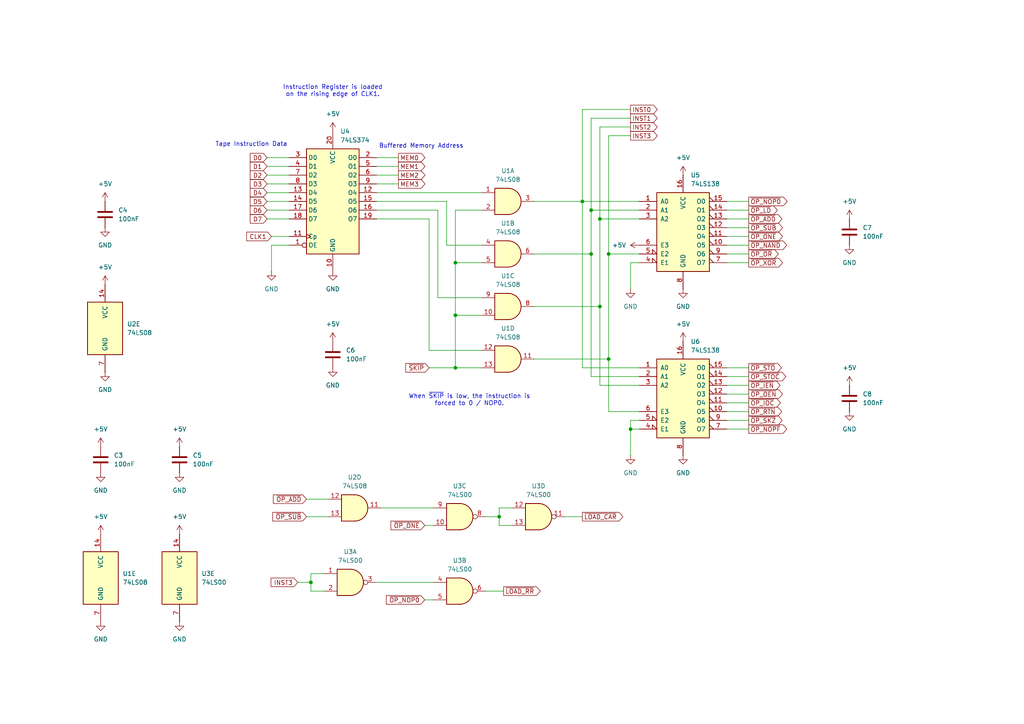
<source format=kicad_sch>
(kicad_sch (version 20231120) (generator "eeschema") (generator_version "8.0")
  (paper "A4")
  (title_block (title "UE14500 TTL 1-bit Microprocessor") (date "2025") (rev "1") (comment 1 "Copyright (c) 2025 Rhys Weatherley") (comment 3 "Instruction Register and Decoder"))
  (lib_symbols
    (symbol "74xx:74LS00" (pin_names (offset 1.016))
      (property "Reference" "U" (at 0 1.27 0))
      (property "Value" "74LS00" (at 0 -1.27 0))
      (symbol "74LS00_1_1"
        (arc (start 0 -3.81) (mid 3.7934 0) (end 0 3.81) (stroke (width 0.254)) (fill (type background)))
        (polyline (pts (xy 0 3.81) (xy -3.81 3.81) (xy -3.81 -3.81) (xy 0 -3.81)) (stroke (width 0.254)) (fill (type background)))
        (pin input line (at -7.62 2.54 0) (length 3.81) (name "~") (number "1"))
        (pin input line (at -7.62 -2.54 0) (length 3.81) (name "~") (number "2"))
        (pin output inverted (at 7.62 0 180) (length 3.81) (name "~") (number "3"))
      )
      (symbol "74LS00_1_2"
        (arc (start -3.81 -3.81) (mid -2.589 0) (end -3.81 3.81) (stroke (width 0.254)))
        (arc (start -0.6096 -3.81) (mid 2.1842 -2.5851) (end 3.81 0) (stroke (width 0.254)) (fill (type background)))
        (polyline (pts (xy -3.81 -3.81) (xy -0.635 -3.81)) (stroke (width 0.254)) (fill (type background)))
        (polyline (pts (xy -3.81 3.81) (xy -0.635 3.81)) (stroke (width 0.254)) (fill (type background)))
        (polyline (pts (xy -0.635 3.81) (xy -3.81 3.81) (xy -3.81 3.81) (xy -3.556 3.4036) (xy -3.0226 2.2606) (xy -2.6924 1.0414) (xy -2.6162 -0.254) (xy -2.7686 -1.4986) (xy -3.175 -2.7178) (xy -3.81 -3.81) (xy -3.81 -3.81) (xy -0.635 -3.81)) (stroke (width -25.4)) (fill (type background)))
        (arc (start 3.81 0) (mid 2.1915 2.5936) (end -0.6096 3.81) (stroke (width 0.254)) (fill (type background)))
        (pin input inverted (at -7.62 2.54 0) (length 4.318) (name "~") (number "1"))
        (pin input inverted (at -7.62 -2.54 0) (length 4.318) (name "~") (number "2"))
        (pin output line (at 7.62 0 180) (length 3.81) (name "~") (number "3"))
      )
      (symbol "74LS00_2_1"
        (arc (start 0 -3.81) (mid 3.7934 0) (end 0 3.81) (stroke (width 0.254)) (fill (type background)))
        (polyline (pts (xy 0 3.81) (xy -3.81 3.81) (xy -3.81 -3.81) (xy 0 -3.81)) (stroke (width 0.254)) (fill (type background)))
        (pin input line (at -7.62 2.54 0) (length 3.81) (name "~") (number "4"))
        (pin input line (at -7.62 -2.54 0) (length 3.81) (name "~") (number "5"))
        (pin output inverted (at 7.62 0 180) (length 3.81) (name "~") (number "6"))
      )
      (symbol "74LS00_2_2"
        (arc (start -3.81 -3.81) (mid -2.589 0) (end -3.81 3.81) (stroke (width 0.254)))
        (arc (start -0.6096 -3.81) (mid 2.1842 -2.5851) (end 3.81 0) (stroke (width 0.254)) (fill (type background)))
        (polyline (pts (xy -3.81 -3.81) (xy -0.635 -3.81)) (stroke (width 0.254)) (fill (type background)))
        (polyline (pts (xy -3.81 3.81) (xy -0.635 3.81)) (stroke (width 0.254)) (fill (type background)))
        (polyline (pts (xy -0.635 3.81) (xy -3.81 3.81) (xy -3.81 3.81) (xy -3.556 3.4036) (xy -3.0226 2.2606) (xy -2.6924 1.0414) (xy -2.6162 -0.254) (xy -2.7686 -1.4986) (xy -3.175 -2.7178) (xy -3.81 -3.81) (xy -3.81 -3.81) (xy -0.635 -3.81)) (stroke (width -25.4)) (fill (type background)))
        (arc (start 3.81 0) (mid 2.1915 2.5936) (end -0.6096 3.81) (stroke (width 0.254)) (fill (type background)))
        (pin input inverted (at -7.62 2.54 0) (length 4.318) (name "~") (number "4"))
        (pin input inverted (at -7.62 -2.54 0) (length 4.318) (name "~") (number "5"))
        (pin output line (at 7.62 0 180) (length 3.81) (name "~") (number "6"))
      )
      (symbol "74LS00_3_1"
        (arc (start 0 -3.81) (mid 3.7934 0) (end 0 3.81) (stroke (width 0.254)) (fill (type background)))
        (polyline (pts (xy 0 3.81) (xy -3.81 3.81) (xy -3.81 -3.81) (xy 0 -3.81)) (stroke (width 0.254)) (fill (type background)))
        (pin input line (at -7.62 -2.54 0) (length 3.81) (name "~") (number "10"))
        (pin output inverted (at 7.62 0 180) (length 3.81) (name "~") (number "8"))
        (pin input line (at -7.62 2.54 0) (length 3.81) (name "~") (number "9"))
      )
      (symbol "74LS00_3_2"
        (arc (start -3.81 -3.81) (mid -2.589 0) (end -3.81 3.81) (stroke (width 0.254)))
        (arc (start -0.6096 -3.81) (mid 2.1842 -2.5851) (end 3.81 0) (stroke (width 0.254)) (fill (type background)))
        (polyline (pts (xy -3.81 -3.81) (xy -0.635 -3.81)) (stroke (width 0.254)) (fill (type background)))
        (polyline (pts (xy -3.81 3.81) (xy -0.635 3.81)) (stroke (width 0.254)) (fill (type background)))
        (polyline (pts (xy -0.635 3.81) (xy -3.81 3.81) (xy -3.81 3.81) (xy -3.556 3.4036) (xy -3.0226 2.2606) (xy -2.6924 1.0414) (xy -2.6162 -0.254) (xy -2.7686 -1.4986) (xy -3.175 -2.7178) (xy -3.81 -3.81) (xy -3.81 -3.81) (xy -0.635 -3.81)) (stroke (width -25.4)) (fill (type background)))
        (arc (start 3.81 0) (mid 2.1915 2.5936) (end -0.6096 3.81) (stroke (width 0.254)) (fill (type background)))
        (pin input inverted (at -7.62 -2.54 0) (length 4.318) (name "~") (number "10"))
        (pin output line (at 7.62 0 180) (length 3.81) (name "~") (number "8"))
        (pin input inverted (at -7.62 2.54 0) (length 4.318) (name "~") (number "9"))
      )
      (symbol "74LS00_4_1"
        (arc (start 0 -3.81) (mid 3.7934 0) (end 0 3.81) (stroke (width 0.254)) (fill (type background)))
        (polyline (pts (xy 0 3.81) (xy -3.81 3.81) (xy -3.81 -3.81) (xy 0 -3.81)) (stroke (width 0.254)) (fill (type background)))
        (pin output inverted (at 7.62 0 180) (length 3.81) (name "~") (number "11"))
        (pin input line (at -7.62 2.54 0) (length 3.81) (name "~") (number "12"))
        (pin input line (at -7.62 -2.54 0) (length 3.81) (name "~") (number "13"))
      )
      (symbol "74LS00_4_2"
        (arc (start -3.81 -3.81) (mid -2.589 0) (end -3.81 3.81) (stroke (width 0.254)))
        (arc (start -0.6096 -3.81) (mid 2.1842 -2.5851) (end 3.81 0) (stroke (width 0.254)) (fill (type background)))
        (polyline (pts (xy -3.81 -3.81) (xy -0.635 -3.81)) (stroke (width 0.254)) (fill (type background)))
        (polyline (pts (xy -3.81 3.81) (xy -0.635 3.81)) (stroke (width 0.254)) (fill (type background)))
        (polyline (pts (xy -0.635 3.81) (xy -3.81 3.81) (xy -3.81 3.81) (xy -3.556 3.4036) (xy -3.0226 2.2606) (xy -2.6924 1.0414) (xy -2.6162 -0.254) (xy -2.7686 -1.4986) (xy -3.175 -2.7178) (xy -3.81 -3.81) (xy -3.81 -3.81) (xy -0.635 -3.81)) (stroke (width -25.4)) (fill (type background)))
        (arc (start 3.81 0) (mid 2.1915 2.5936) (end -0.6096 3.81) (stroke (width 0.254)) (fill (type background)))
        (pin output line (at 7.62 0 180) (length 3.81) (name "~") (number "11"))
        (pin input inverted (at -7.62 2.54 0) (length 4.318) (name "~") (number "12"))
        (pin input inverted (at -7.62 -2.54 0) (length 4.318) (name "~") (number "13"))
      )
      (symbol "74LS00_5_0"
        (pin power_in line (at 0 12.7 270) (length 5.08) (name "VCC") (number "14"))
        (pin power_in line (at 0 -12.7 90) (length 5.08) (name "GND") (number "7"))
      )
      (symbol "74LS00_5_1"
        (rectangle (start -5.08 7.62) (end 5.08 -7.62) (stroke (width 0.254)) (fill (type background)))
      )
    )
    (symbol "74xx:74LS08" (pin_names (offset 1.016))
      (property "Reference" "U" (at 0 1.27 0))
      (property "Value" "74LS08" (at 0 -1.27 0))
      (symbol "74LS08_1_1"
        (arc (start 0 -3.81) (mid 3.7934 0) (end 0 3.81) (stroke (width 0.254)) (fill (type background)))
        (polyline (pts (xy 0 3.81) (xy -3.81 3.81) (xy -3.81 -3.81) (xy 0 -3.81)) (stroke (width 0.254)) (fill (type background)))
        (pin input line (at -7.62 2.54 0) (length 3.81) (name "~") (number "1"))
        (pin input line (at -7.62 -2.54 0) (length 3.81) (name "~") (number "2"))
        (pin output line (at 7.62 0 180) (length 3.81) (name "~") (number "3"))
      )
      (symbol "74LS08_1_2"
        (arc (start -3.81 -3.81) (mid -2.589 0) (end -3.81 3.81) (stroke (width 0.254)))
        (arc (start -0.6096 -3.81) (mid 2.1842 -2.5851) (end 3.81 0) (stroke (width 0.254)) (fill (type background)))
        (polyline (pts (xy -3.81 -3.81) (xy -0.635 -3.81)) (stroke (width 0.254)) (fill (type background)))
        (polyline (pts (xy -3.81 3.81) (xy -0.635 3.81)) (stroke (width 0.254)) (fill (type background)))
        (polyline (pts (xy -0.635 3.81) (xy -3.81 3.81) (xy -3.81 3.81) (xy -3.556 3.4036) (xy -3.0226 2.2606) (xy -2.6924 1.0414) (xy -2.6162 -0.254) (xy -2.7686 -1.4986) (xy -3.175 -2.7178) (xy -3.81 -3.81) (xy -3.81 -3.81) (xy -0.635 -3.81)) (stroke (width -25.4)) (fill (type background)))
        (arc (start 3.81 0) (mid 2.1915 2.5936) (end -0.6096 3.81) (stroke (width 0.254)) (fill (type background)))
        (pin input inverted (at -7.62 2.54 0) (length 4.318) (name "~") (number "1"))
        (pin input inverted (at -7.62 -2.54 0) (length 4.318) (name "~") (number "2"))
        (pin output inverted (at 7.62 0 180) (length 3.81) (name "~") (number "3"))
      )
      (symbol "74LS08_2_1"
        (arc (start 0 -3.81) (mid 3.7934 0) (end 0 3.81) (stroke (width 0.254)) (fill (type background)))
        (polyline (pts (xy 0 3.81) (xy -3.81 3.81) (xy -3.81 -3.81) (xy 0 -3.81)) (stroke (width 0.254)) (fill (type background)))
        (pin input line (at -7.62 2.54 0) (length 3.81) (name "~") (number "4"))
        (pin input line (at -7.62 -2.54 0) (length 3.81) (name "~") (number "5"))
        (pin output line (at 7.62 0 180) (length 3.81) (name "~") (number "6"))
      )
      (symbol "74LS08_2_2"
        (arc (start -3.81 -3.81) (mid -2.589 0) (end -3.81 3.81) (stroke (width 0.254)))
        (arc (start -0.6096 -3.81) (mid 2.1842 -2.5851) (end 3.81 0) (stroke (width 0.254)) (fill (type background)))
        (polyline (pts (xy -3.81 -3.81) (xy -0.635 -3.81)) (stroke (width 0.254)) (fill (type background)))
        (polyline (pts (xy -3.81 3.81) (xy -0.635 3.81)) (stroke (width 0.254)) (fill (type background)))
        (polyline (pts (xy -0.635 3.81) (xy -3.81 3.81) (xy -3.81 3.81) (xy -3.556 3.4036) (xy -3.0226 2.2606) (xy -2.6924 1.0414) (xy -2.6162 -0.254) (xy -2.7686 -1.4986) (xy -3.175 -2.7178) (xy -3.81 -3.81) (xy -3.81 -3.81) (xy -0.635 -3.81)) (stroke (width -25.4)) (fill (type background)))
        (arc (start 3.81 0) (mid 2.1915 2.5936) (end -0.6096 3.81) (stroke (width 0.254)) (fill (type background)))
        (pin input inverted (at -7.62 2.54 0) (length 4.318) (name "~") (number "4"))
        (pin input inverted (at -7.62 -2.54 0) (length 4.318) (name "~") (number "5"))
        (pin output inverted (at 7.62 0 180) (length 3.81) (name "~") (number "6"))
      )
      (symbol "74LS08_3_1"
        (arc (start 0 -3.81) (mid 3.7934 0) (end 0 3.81) (stroke (width 0.254)) (fill (type background)))
        (polyline (pts (xy 0 3.81) (xy -3.81 3.81) (xy -3.81 -3.81) (xy 0 -3.81)) (stroke (width 0.254)) (fill (type background)))
        (pin input line (at -7.62 -2.54 0) (length 3.81) (name "~") (number "10"))
        (pin output line (at 7.62 0 180) (length 3.81) (name "~") (number "8"))
        (pin input line (at -7.62 2.54 0) (length 3.81) (name "~") (number "9"))
      )
      (symbol "74LS08_3_2"
        (arc (start -3.81 -3.81) (mid -2.589 0) (end -3.81 3.81) (stroke (width 0.254)))
        (arc (start -0.6096 -3.81) (mid 2.1842 -2.5851) (end 3.81 0) (stroke (width 0.254)) (fill (type background)))
        (polyline (pts (xy -3.81 -3.81) (xy -0.635 -3.81)) (stroke (width 0.254)) (fill (type background)))
        (polyline (pts (xy -3.81 3.81) (xy -0.635 3.81)) (stroke (width 0.254)) (fill (type background)))
        (polyline (pts (xy -0.635 3.81) (xy -3.81 3.81) (xy -3.81 3.81) (xy -3.556 3.4036) (xy -3.0226 2.2606) (xy -2.6924 1.0414) (xy -2.6162 -0.254) (xy -2.7686 -1.4986) (xy -3.175 -2.7178) (xy -3.81 -3.81) (xy -3.81 -3.81) (xy -0.635 -3.81)) (stroke (width -25.4)) (fill (type background)))
        (arc (start 3.81 0) (mid 2.1915 2.5936) (end -0.6096 3.81) (stroke (width 0.254)) (fill (type background)))
        (pin input inverted (at -7.62 -2.54 0) (length 4.318) (name "~") (number "10"))
        (pin output inverted (at 7.62 0 180) (length 3.81) (name "~") (number "8"))
        (pin input inverted (at -7.62 2.54 0) (length 4.318) (name "~") (number "9"))
      )
      (symbol "74LS08_4_1"
        (arc (start 0 -3.81) (mid 3.7934 0) (end 0 3.81) (stroke (width 0.254)) (fill (type background)))
        (polyline (pts (xy 0 3.81) (xy -3.81 3.81) (xy -3.81 -3.81) (xy 0 -3.81)) (stroke (width 0.254)) (fill (type background)))
        (pin output line (at 7.62 0 180) (length 3.81) (name "~") (number "11"))
        (pin input line (at -7.62 2.54 0) (length 3.81) (name "~") (number "12"))
        (pin input line (at -7.62 -2.54 0) (length 3.81) (name "~") (number "13"))
      )
      (symbol "74LS08_4_2"
        (arc (start -3.81 -3.81) (mid -2.589 0) (end -3.81 3.81) (stroke (width 0.254)))
        (arc (start -0.6096 -3.81) (mid 2.1842 -2.5851) (end 3.81 0) (stroke (width 0.254)) (fill (type background)))
        (polyline (pts (xy -3.81 -3.81) (xy -0.635 -3.81)) (stroke (width 0.254)) (fill (type background)))
        (polyline (pts (xy -3.81 3.81) (xy -0.635 3.81)) (stroke (width 0.254)) (fill (type background)))
        (polyline (pts (xy -0.635 3.81) (xy -3.81 3.81) (xy -3.81 3.81) (xy -3.556 3.4036) (xy -3.0226 2.2606) (xy -2.6924 1.0414) (xy -2.6162 -0.254) (xy -2.7686 -1.4986) (xy -3.175 -2.7178) (xy -3.81 -3.81) (xy -3.81 -3.81) (xy -0.635 -3.81)) (stroke (width -25.4)) (fill (type background)))
        (arc (start 3.81 0) (mid 2.1915 2.5936) (end -0.6096 3.81) (stroke (width 0.254)) (fill (type background)))
        (pin output inverted (at 7.62 0 180) (length 3.81) (name "~") (number "11"))
        (pin input inverted (at -7.62 2.54 0) (length 4.318) (name "~") (number "12"))
        (pin input inverted (at -7.62 -2.54 0) (length 4.318) (name "~") (number "13"))
      )
      (symbol "74LS08_5_0"
        (pin power_in line (at 0 12.7 270) (length 5.08) (name "VCC") (number "14"))
        (pin power_in line (at 0 -12.7 90) (length 5.08) (name "GND") (number "7"))
      )
      (symbol "74LS08_5_1"
        (rectangle (start -5.08 7.62) (end 5.08 -7.62) (stroke (width 0.254)) (fill (type background)))
      )
    )
    (symbol "74xx:74LS138" (pin_names (offset 1.016))
      (property "Reference" "U" (at -7.62 11.43 0))
      (property "Value" "74LS138" (at -7.62 -13.97 0))
      (symbol "74LS138_1_0"
        (pin input line (at -12.7 7.62 0) (length 5.08) (name "A0") (number "1"))
        (pin output output_low (at 12.7 -5.08 180) (length 5.08) (name "O5") (number "10"))
        (pin output output_low (at 12.7 -2.54 180) (length 5.08) (name "O4") (number "11"))
        (pin output output_low (at 12.7 0 180) (length 5.08) (name "O3") (number "12"))
        (pin output output_low (at 12.7 2.54 180) (length 5.08) (name "O2") (number "13"))
        (pin output output_low (at 12.7 5.08 180) (length 5.08) (name "O1") (number "14"))
        (pin output output_low (at 12.7 7.62 180) (length 5.08) (name "O0") (number "15"))
        (pin power_in line (at 0 15.24 270) (length 5.08) (name "VCC") (number "16"))
        (pin input line (at -12.7 5.08 0) (length 5.08) (name "A1") (number "2"))
        (pin input line (at -12.7 2.54 0) (length 5.08) (name "A2") (number "3"))
        (pin input input_low (at -12.7 -10.16 0) (length 5.08) (name "E1") (number "4"))
        (pin input input_low (at -12.7 -7.62 0) (length 5.08) (name "E2") (number "5"))
        (pin input line (at -12.7 -5.08 0) (length 5.08) (name "E3") (number "6"))
        (pin output output_low (at 12.7 -10.16 180) (length 5.08) (name "O7") (number "7"))
        (pin power_in line (at 0 -17.78 90) (length 5.08) (name "GND") (number "8"))
        (pin output output_low (at 12.7 -7.62 180) (length 5.08) (name "O6") (number "9"))
      )
      (symbol "74LS138_1_1"
        (rectangle (start -7.62 10.16) (end 7.62 -12.7) (stroke (width 0.254)) (fill (type background)))
      )
    )
    (symbol "74xx:74LS374"
      (property "Reference" "U" (at -7.62 16.51 0))
      (property "Value" "74LS374" (at -7.62 -16.51 0))
      (symbol "74LS374_1_0"
        (pin input inverted (at -12.7 -12.7 0) (length 5.08) (name "OE") (number "1"))
        (pin power_in line (at 0 -20.32 90) (length 5.08) (name "GND") (number "10"))
        (pin input clock (at -12.7 -10.16 0) (length 5.08) (name "Cp") (number "11"))
        (pin tri_state line (at 12.7 2.54 180) (length 5.08) (name "O4") (number "12"))
        (pin input line (at -12.7 2.54 0) (length 5.08) (name "D4") (number "13"))
        (pin input line (at -12.7 0 0) (length 5.08) (name "D5") (number "14"))
        (pin tri_state line (at 12.7 0 180) (length 5.08) (name "O5") (number "15"))
        (pin tri_state line (at 12.7 -2.54 180) (length 5.08) (name "O6") (number "16"))
        (pin input line (at -12.7 -2.54 0) (length 5.08) (name "D6") (number "17"))
        (pin input line (at -12.7 -5.08 0) (length 5.08) (name "D7") (number "18"))
        (pin tri_state line (at 12.7 -5.08 180) (length 5.08) (name "O7") (number "19"))
        (pin tri_state line (at 12.7 12.7 180) (length 5.08) (name "O0") (number "2"))
        (pin power_in line (at 0 20.32 270) (length 5.08) (name "VCC") (number "20"))
        (pin input line (at -12.7 12.7 0) (length 5.08) (name "D0") (number "3"))
        (pin input line (at -12.7 10.16 0) (length 5.08) (name "D1") (number "4"))
        (pin tri_state line (at 12.7 10.16 180) (length 5.08) (name "O1") (number "5"))
        (pin tri_state line (at 12.7 7.62 180) (length 5.08) (name "O2") (number "6"))
        (pin input line (at -12.7 7.62 0) (length 5.08) (name "D2") (number "7"))
        (pin input line (at -12.7 5.08 0) (length 5.08) (name "D3") (number "8"))
        (pin tri_state line (at 12.7 5.08 180) (length 5.08) (name "O3") (number "9"))
      )
      (symbol "74LS374_1_1"
        (rectangle (start -7.62 15.24) (end 7.62 -15.24) (stroke (width 0.254)) (fill (type background)))
      )
    )
    (symbol "Device:C" (pin_numbers hide) (pin_names (offset 0.254))
      (property "Reference" "C" (at 0.635 2.54 0))
      (property "Value" "C" (at 0.635 -2.54 0))
      (symbol "C_0_1"
        (polyline (pts (xy -2.032 -0.762) (xy 2.032 -0.762)) (stroke (width 0.508)))
        (polyline (pts (xy -2.032 0.762) (xy 2.032 0.762)) (stroke (width 0.508)))
      )
      (symbol "C_1_1"
        (pin passive line (at 0 3.81 270) (length 2.794) (name "~") (number "1"))
        (pin passive line (at 0 -3.81 90) (length 2.794) (name "~") (number "2"))
      )
    )
    (symbol "power:+5V" (power) (pin_numbers hide) (pin_names (offset 0) hide)
      (property "Value" "+5V" (at 0 3.556 0))
      (symbol "+5V_0_1"
        (polyline (pts (xy -0.762 1.27) (xy 0 2.54)))
        (polyline (pts (xy 0 0) (xy 0 2.54)))
        (polyline (pts (xy 0 2.54) (xy 0.762 1.27)))
      )
      (symbol "+5V_1_1"
        (pin power_in line (at 0 0 90) (length 0) (name "~") (number "1"))
      )
    )
    (symbol "power:GND" (power) (pin_numbers hide) (pin_names (offset 0) hide)
      (property "Value" "GND" (at 0 -3.81 0))
      (symbol "GND_0_1"
        (polyline (pts (xy 0 0) (xy 0 -1.27) (xy 1.27 -1.27) (xy 0 -2.54) (xy -1.27 -1.27) (xy 0 -1.27)))
      )
      (symbol "GND_1_1"
        (pin power_in line (at 0 0 270) (length 0) (name "~") (number "1"))
      )
    )
  )
  (junction (at 173.99 88.9))
  (junction (at 173.99 63.5))
  (junction (at 176.53 73.66))
  (junction (at 144.78 149.86))
  (junction (at 182.88 124.46))
  (junction (at 90.17 168.91))
  (junction (at 132.08 106.68))
  (junction (at 171.45 60.96))
  (junction (at 132.08 91.44))
  (junction (at 171.45 73.66))
  (junction (at 176.53 104.14))
  (junction (at 168.91 58.42))
  (junction (at 132.08 76.2))
  (wire (pts (xy 144.78 147.32) (xy 148.59 147.32)))
  (wire (pts (xy 144.78 152.4) (xy 144.78 149.86)))
  (wire (pts (xy 154.94 58.42) (xy 168.91 58.42)))
  (wire (pts (xy 109.22 168.91) (xy 125.73 168.91)))
  (wire (pts (xy 154.94 88.9) (xy 173.99 88.9)))
  (wire (pts (xy 176.53 119.38) (xy 176.53 104.14)))
  (wire (pts (xy 210.82 121.92) (xy 217.17 121.92)))
  (wire (pts (xy 90.17 171.45) (xy 93.98 171.45)))
  (wire (pts (xy 185.42 111.76) (xy 173.99 111.76)))
  (wire (pts (xy 90.17 168.91) (xy 90.17 171.45)))
  (wire (pts (xy 129.54 71.12) (xy 139.7 71.12)))
  (wire (pts (xy 78.74 68.58) (xy 83.82 68.58)))
  (wire (pts (xy 182.88 132.08) (xy 182.88 124.46)))
  (wire (pts (xy 88.9 144.78) (xy 95.25 144.78)))
  (wire (pts (xy 110.49 147.32) (xy 125.73 147.32)))
  (wire (pts (xy 109.22 48.26) (xy 115.57 48.26)))
  (wire (pts (xy 182.88 121.92) (xy 182.88 124.46)))
  (wire (pts (xy 132.08 91.44) (xy 139.7 91.44)))
  (wire (pts (xy 132.08 106.68) (xy 139.7 106.68)))
  (wire (pts (xy 124.46 101.6) (xy 139.7 101.6)))
  (wire (pts (xy 86.36 168.91) (xy 90.17 168.91)))
  (wire (pts (xy 182.88 76.2) (xy 185.42 76.2)))
  (wire (pts (xy 210.82 119.38) (xy 217.17 119.38)))
  (wire (pts (xy 132.08 76.2) (xy 139.7 76.2)))
  (wire (pts (xy 210.82 71.12) (xy 217.17 71.12)))
  (wire (pts (xy 171.45 73.66) (xy 171.45 60.96)))
  (wire (pts (xy 140.97 149.86) (xy 144.78 149.86)))
  (wire (pts (xy 210.82 109.22) (xy 217.17 109.22)))
  (wire (pts (xy 109.22 63.5) (xy 124.46 63.5)))
  (wire (pts (xy 140.97 171.45) (xy 146.05 171.45)))
  (wire (pts (xy 185.42 119.38) (xy 176.53 119.38)))
  (wire (pts (xy 210.82 76.2) (xy 217.17 76.2)))
  (wire (pts (xy 148.59 152.4) (xy 144.78 152.4)))
  (wire (pts (xy 210.82 116.84) (xy 217.17 116.84)))
  (wire (pts (xy 132.08 60.96) (xy 132.08 76.2)))
  (wire (pts (xy 139.7 60.96) (xy 132.08 60.96)))
  (wire (pts (xy 129.54 58.42) (xy 129.54 71.12)))
  (wire (pts (xy 78.74 71.12) (xy 83.82 71.12)))
  (wire (pts (xy 171.45 34.29) (xy 171.45 60.96)))
  (wire (pts (xy 144.78 149.86) (xy 144.78 147.32)))
  (wire (pts (xy 182.88 31.75) (xy 168.91 31.75)))
  (wire (pts (xy 123.19 173.99) (xy 125.73 173.99)))
  (wire (pts (xy 176.53 39.37) (xy 176.53 73.66)))
  (wire (pts (xy 210.82 68.58) (xy 217.17 68.58)))
  (wire (pts (xy 182.88 83.82) (xy 182.88 76.2)))
  (wire (pts (xy 124.46 63.5) (xy 124.46 101.6)))
  (wire (pts (xy 83.82 55.88) (xy 77.47 55.88)))
  (wire (pts (xy 210.82 106.68) (xy 217.17 106.68)))
  (wire (pts (xy 185.42 106.68) (xy 168.91 106.68)))
  (wire (pts (xy 83.82 53.34) (xy 77.47 53.34)))
  (wire (pts (xy 168.91 31.75) (xy 168.91 58.42)))
  (wire (pts (xy 176.53 73.66) (xy 185.42 73.66)))
  (wire (pts (xy 123.19 152.4) (xy 125.73 152.4)))
  (wire (pts (xy 83.82 50.8) (xy 77.47 50.8)))
  (wire (pts (xy 109.22 53.34) (xy 115.57 53.34)))
  (wire (pts (xy 182.88 124.46) (xy 185.42 124.46)))
  (wire (pts (xy 154.94 104.14) (xy 176.53 104.14)))
  (wire (pts (xy 182.88 39.37) (xy 176.53 39.37)))
  (wire (pts (xy 154.94 73.66) (xy 171.45 73.66)))
  (wire (pts (xy 185.42 109.22) (xy 171.45 109.22)))
  (wire (pts (xy 168.91 106.68) (xy 168.91 58.42)))
  (wire (pts (xy 109.22 58.42) (xy 129.54 58.42)))
  (wire (pts (xy 109.22 50.8) (xy 115.57 50.8)))
  (wire (pts (xy 210.82 73.66) (xy 217.17 73.66)))
  (wire (pts (xy 210.82 58.42) (xy 217.17 58.42)))
  (wire (pts (xy 210.82 124.46) (xy 217.17 124.46)))
  (wire (pts (xy 176.53 104.14) (xy 176.53 73.66)))
  (wire (pts (xy 93.98 166.37) (xy 90.17 166.37)))
  (wire (pts (xy 173.99 36.83) (xy 173.99 63.5)))
  (wire (pts (xy 109.22 60.96) (xy 127 60.96)))
  (wire (pts (xy 171.45 109.22) (xy 171.45 73.66)))
  (wire (pts (xy 83.82 63.5) (xy 77.47 63.5)))
  (wire (pts (xy 83.82 60.96) (xy 77.47 60.96)))
  (wire (pts (xy 210.82 63.5) (xy 217.17 63.5)))
  (wire (pts (xy 83.82 45.72) (xy 77.47 45.72)))
  (wire (pts (xy 171.45 60.96) (xy 185.42 60.96)))
  (wire (pts (xy 127 86.36) (xy 139.7 86.36)))
  (wire (pts (xy 109.22 55.88) (xy 139.7 55.88)))
  (wire (pts (xy 88.9 149.86) (xy 95.25 149.86)))
  (wire (pts (xy 210.82 66.04) (xy 217.17 66.04)))
  (wire (pts (xy 173.99 63.5) (xy 185.42 63.5)))
  (wire (pts (xy 163.83 149.86) (xy 168.91 149.86)))
  (wire (pts (xy 173.99 111.76) (xy 173.99 88.9)))
  (wire (pts (xy 78.74 78.74) (xy 78.74 71.12)))
  (wire (pts (xy 210.82 114.3) (xy 217.17 114.3)))
  (wire (pts (xy 185.42 121.92) (xy 182.88 121.92)))
  (wire (pts (xy 109.22 45.72) (xy 115.57 45.72)))
  (wire (pts (xy 132.08 76.2) (xy 132.08 91.44)))
  (wire (pts (xy 210.82 111.76) (xy 217.17 111.76)))
  (wire (pts (xy 83.82 48.26) (xy 77.47 48.26)))
  (wire (pts (xy 182.88 36.83) (xy 173.99 36.83)))
  (wire (pts (xy 210.82 60.96) (xy 217.17 60.96)))
  (wire (pts (xy 83.82 58.42) (xy 77.47 58.42)))
  (wire (pts (xy 168.91 58.42) (xy 185.42 58.42)))
  (wire (pts (xy 182.88 34.29) (xy 171.45 34.29)))
  (wire (pts (xy 132.08 91.44) (xy 132.08 106.68)))
  (wire (pts (xy 124.46 106.68) (xy 132.08 106.68)))
  (wire (pts (xy 90.17 166.37) (xy 90.17 168.91)))
  (wire (pts (xy 127 60.96) (xy 127 86.36)))
  (wire (pts (xy 173.99 88.9) (xy 173.99 63.5)))
  (text "Tape Instruction Data" (at 72.898 41.91 0) (effects (font (size 1.27 1.27))))
  (text "When ~{SKIP} is low, the instruction is\nforced to 0 / NOP0." (at 136.144 116.078 0) (effects (font (size 1.27 1.27))))
  (text "Instruction Register is loaded\non the rising edge of CLK1." (at 96.52 26.416 0) (effects (font (size 1.27 1.27))))
  (text "Buffered Memory Address" (at 122.174 42.418 0) (effects (font (size 1.27 1.27))))
  (global_label "D5" (shape input) (at 77.47 58.42 180) (property "Intersheetrefs" "${INTERSHEET_REFS}" (effects (hide yes))))
  (global_label "~{OP_ONE}" (shape input) (at 123.19 152.4 180) (property "Intersheetrefs" "${INTERSHEET_REFS}" (effects (hide yes))))
  (global_label "MEM1" (shape output) (at 115.57 48.26 0) (property "Intersheetrefs" "${INTERSHEET_REFS}" (effects (hide yes))))
  (global_label "INST3" (shape input) (at 86.36 168.91 180) (property "Intersheetrefs" "${INTERSHEET_REFS}" (effects (hide yes))))
  (global_label "D0" (shape input) (at 77.47 45.72 180) (property "Intersheetrefs" "${INTERSHEET_REFS}" (effects (hide yes))))
  (global_label "MEM2" (shape output) (at 115.57 50.8 0) (property "Intersheetrefs" "${INTERSHEET_REFS}" (effects (hide yes))))
  (global_label "D2" (shape input) (at 77.47 50.8 180) (property "Intersheetrefs" "${INTERSHEET_REFS}" (effects (hide yes))))
  (global_label "CLK1" (shape input) (at 78.74 68.58 180) (property "Intersheetrefs" "${INTERSHEET_REFS}" (effects (hide yes))))
  (global_label "D3" (shape input) (at 77.47 53.34 180) (property "Intersheetrefs" "${INTERSHEET_REFS}" (effects (hide yes))))
  (global_label "~{OP_IEN}" (shape output) (at 217.17 111.76 0) (property "Intersheetrefs" "${INTERSHEET_REFS}" (effects (hide yes))))
  (global_label "~{OP_NOP0}" (shape input) (at 123.19 173.99 180) (property "Intersheetrefs" "${INTERSHEET_REFS}" (effects (hide yes))))
  (global_label "INST2" (shape output) (at 182.88 36.83 0) (property "Intersheetrefs" "${INTERSHEET_REFS}" (effects (hide yes))))
  (global_label "~{OP_SUB}" (shape output) (at 217.17 66.04 0) (property "Intersheetrefs" "${INTERSHEET_REFS}" (effects (hide yes))))
  (global_label "INST3" (shape output) (at 182.88 39.37 0) (property "Intersheetrefs" "${INTERSHEET_REFS}" (effects (hide yes))))
  (global_label "D7" (shape input) (at 77.47 63.5 180) (property "Intersheetrefs" "${INTERSHEET_REFS}" (effects (hide yes))))
  (global_label "~{OP_OEN}" (shape output) (at 217.17 114.3 0) (property "Intersheetrefs" "${INTERSHEET_REFS}" (effects (hide yes))))
  (global_label "INST0" (shape output) (at 182.88 31.75 0) (property "Intersheetrefs" "${INTERSHEET_REFS}" (effects (hide yes))))
  (global_label "~{OP_IOC}" (shape output) (at 217.17 116.84 0) (property "Intersheetrefs" "${INTERSHEET_REFS}" (effects (hide yes))))
  (global_label "~{LOAD_CAR}" (shape output) (at 168.91 149.86 0) (property "Intersheetrefs" "${INTERSHEET_REFS}" (effects (hide yes))))
  (global_label "INST1" (shape output) (at 182.88 34.29 0) (property "Intersheetrefs" "${INTERSHEET_REFS}" (effects (hide yes))))
  (global_label "~{OP_ADD}" (shape output) (at 217.17 63.5 0) (property "Intersheetrefs" "${INTERSHEET_REFS}" (effects (hide yes))))
  (global_label "~{OP_NOPF}" (shape output) (at 217.17 124.46 0) (property "Intersheetrefs" "${INTERSHEET_REFS}" (effects (hide yes))))
  (global_label "~{OP_XOR}" (shape output) (at 217.17 76.2 0) (property "Intersheetrefs" "${INTERSHEET_REFS}" (effects (hide yes))))
  (global_label "~{SKIP}" (shape input) (at 124.46 106.68 180) (property "Intersheetrefs" "${INTERSHEET_REFS}" (effects (hide yes))))
  (global_label "~{OP_NAND}" (shape output) (at 217.17 71.12 0) (property "Intersheetrefs" "${INTERSHEET_REFS}" (effects (hide yes))))
  (global_label "~{OP_ONE}" (shape output) (at 217.17 68.58 0) (property "Intersheetrefs" "${INTERSHEET_REFS}" (effects (hide yes))))
  (global_label "~{OP_SUB}" (shape input) (at 88.9 149.86 180) (property "Intersheetrefs" "${INTERSHEET_REFS}" (effects (hide yes))))
  (global_label "~{OP_SKZ}" (shape output) (at 217.17 121.92 0) (property "Intersheetrefs" "${INTERSHEET_REFS}" (effects (hide yes))))
  (global_label "D1" (shape input) (at 77.47 48.26 180) (property "Intersheetrefs" "${INTERSHEET_REFS}" (effects (hide yes))))
  (global_label "~{LOAD_RR}" (shape output) (at 146.05 171.45 0) (property "Intersheetrefs" "${INTERSHEET_REFS}" (effects (hide yes))))
  (global_label "D6" (shape input) (at 77.47 60.96 180) (property "Intersheetrefs" "${INTERSHEET_REFS}" (effects (hide yes))))
  (global_label "~{OP_RTN}" (shape output) (at 217.17 119.38 0) (property "Intersheetrefs" "${INTERSHEET_REFS}" (effects (hide yes))))
  (global_label "~{OP_ADD}" (shape input) (at 88.9 144.78 180) (property "Intersheetrefs" "${INTERSHEET_REFS}" (effects (hide yes))))
  (global_label "~{OP_LD}" (shape output) (at 217.17 60.96 0) (property "Intersheetrefs" "${INTERSHEET_REFS}" (effects (hide yes))))
  (global_label "~{OP_NOP0}" (shape output) (at 217.17 58.42 0) (property "Intersheetrefs" "${INTERSHEET_REFS}" (effects (hide yes))))
  (global_label "MEM3" (shape output) (at 115.57 53.34 0) (property "Intersheetrefs" "${INTERSHEET_REFS}" (effects (hide yes))))
  (global_label "~{OP_STOC}" (shape output) (at 217.17 109.22 0) (property "Intersheetrefs" "${INTERSHEET_REFS}" (effects (hide yes))))
  (global_label "D4" (shape input) (at 77.47 55.88 180) (property "Intersheetrefs" "${INTERSHEET_REFS}" (effects (hide yes))))
  (global_label "MEM0" (shape output) (at 115.57 45.72 0) (property "Intersheetrefs" "${INTERSHEET_REFS}" (effects (hide yes))))
  (global_label "~{OP_OR}" (shape output) (at 217.17 73.66 0) (property "Intersheetrefs" "${INTERSHEET_REFS}" (effects (hide yes))))
  (global_label "~{OP_STO}" (shape output) (at 217.17 106.68 0) (property "Intersheetrefs" "${INTERSHEET_REFS}" (effects (hide yes))))
  (symbol (lib_id "power:GND") (at 96.52 78.74 0) (unit 1)
    (property "Reference" "#PWR28" (effects (hide yes)))
    (property "Value" "GND" (at 96.52 83.82 0))
    (property "Description" "Power symbol creates a global label with name \"GND\" , ground" (effects (hide yes)))
  )
  (symbol (lib_id "power:GND") (at 78.74 78.74 0) (unit 1)
    (property "Reference" "#PWR26" (effects (hide yes)))
    (property "Value" "GND" (at 78.74 83.82 0))
    (property "Description" "Power symbol creates a global label with name \"GND\" , ground" (effects (hide yes)))
  )
  (symbol (lib_id "power:+5V") (at 52.07 129.54 0) (unit 1)
    (property "Reference" "#PWR22" (effects (hide yes)))
    (property "Value" "+5V" (at 52.07 124.46 0))
    (property "Description" "Power symbol creates a global label with name \"+5V\"" (effects (hide yes)))
  )
  (symbol (lib_id "74xx:74LS138") (at 198.12 66.04 0) (unit 1)
    (property "Reference" "U5" (at 200.3141 50.8 0) (effects (justify left)))
    (property "Value" "74LS138" (at 200.3141 53.34 0) (effects (justify left)))
    (property "Footprint" "Package_DIP:DIP-16_W7.62mm" (effects (hide yes)))
    (property "Datasheet" "http://www.ti.com/lit/gpn/sn74LS138" (effects (hide yes)))
    (property "Description" "Decoder 3 to 8 active low outputs" (effects (hide yes)))
  )
  (symbol (lib_id "power:GND") (at 198.12 83.82 0) (unit 1)
    (property "Reference" "#PWR35" (effects (hide yes)))
    (property "Value" "GND" (at 198.12 88.9 0))
    (property "Description" "Power symbol creates a global label with name \"GND\" , ground" (effects (hide yes)))
  )
  (symbol (lib_id "power:+5V") (at 96.52 99.06 0) (unit 1)
    (property "Reference" "#PWR29" (effects (hide yes)))
    (property "Value" "+5V" (at 96.52 93.98 0))
    (property "Description" "Power symbol creates a global label with name \"+5V\"" (effects (hide yes)))
  )
  (symbol (lib_id "74xx:74LS00") (at 52.07 167.64 0) (unit 5)
    (property "Reference" "U3" (at 58.42 166.3699 0) (effects (justify left)))
    (property "Value" "74LS00" (at 58.42 168.9099 0) (effects (justify left)))
    (property "Footprint" "Package_DIP:DIP-14_W7.62mm" (effects (hide yes)))
    (property "Datasheet" "http://www.ti.com/lit/gpn/sn74ls00" (effects (hide yes)))
    (property "Description" "quad 2-input NAND gate" (effects (hide yes)))
  )
  (symbol (lib_id "power:GND") (at 246.38 71.12 0) (unit 1)
    (property "Reference" "#PWR39" (effects (hide yes)))
    (property "Value" "GND" (at 246.38 76.2 0))
    (property "Description" "Power symbol creates a global label with name \"GND\" , ground" (effects (hide yes)))
  )
  (symbol (lib_id "power:GND") (at 29.21 137.16 0) (unit 1)
    (property "Reference" "#PWR15" (effects (hide yes)))
    (property "Value" "GND" (at 29.21 142.24 0))
    (property "Description" "Power symbol creates a global label with name \"GND\" , ground" (effects (hide yes)))
  )
  (symbol (lib_id "power:+5V") (at 30.48 82.55 0) (unit 1)
    (property "Reference" "#PWR20" (effects (hide yes)))
    (property "Value" "+5V" (at 30.48 77.47 0))
    (property "Description" "Power symbol creates a global label with name \"+5V\"" (effects (hide yes)))
  )
  (symbol (lib_id "74xx:74LS08") (at 147.32 58.42 0) (unit 1)
    (property "Reference" "U1" (at 147.3117 49.53 0))
    (property "Value" "74LS08" (at 147.3117 52.07 0))
    (property "Footprint" "Package_DIP:DIP-14_W7.62mm" (effects (hide yes)))
    (property "Datasheet" "http://www.ti.com/lit/gpn/sn74LS08" (effects (hide yes)))
    (property "Description" "Quad And2" (effects (hide yes)))
  )
  (symbol (lib_id "power:+5V") (at 30.48 58.42 0) (unit 1)
    (property "Reference" "#PWR18" (effects (hide yes)))
    (property "Value" "+5V" (at 30.48 53.34 0))
    (property "Description" "Power symbol creates a global label with name \"+5V\"" (effects (hide yes)))
  )
  (symbol (lib_id "power:+5V") (at 246.38 63.5 0) (unit 1)
    (property "Reference" "#PWR38" (effects (hide yes)))
    (property "Value" "+5V" (at 246.38 58.42 0))
    (property "Description" "Power symbol creates a global label with name \"+5V\"" (effects (hide yes)))
  )
  (symbol (lib_id "power:+5V") (at 96.52 38.1 0) (unit 1)
    (property "Reference" "#PWR27" (effects (hide yes)))
    (property "Value" "+5V" (at 96.52 33.02 0))
    (property "Description" "Power symbol creates a global label with name \"+5V\"" (effects (hide yes)))
  )
  (symbol (lib_id "Device:C") (at 52.07 133.35 0) (unit 1)
    (property "Reference" "C5" (at 55.88 132.0799 0) (effects (justify left)))
    (property "Value" "100nF" (at 55.88 134.6199 0) (effects (justify left)))
    (property "Footprint" "Capacitor_THT:C_Disc_D5.0mm_W2.5mm_P5.00mm" (effects (hide yes)))
    (property "Description" "Unpolarized capacitor" (effects (hide yes)))
  )
  (symbol (lib_id "power:GND") (at 29.21 180.34 0) (unit 1)
    (property "Reference" "#PWR17" (effects (hide yes)))
    (property "Value" "GND" (at 29.21 185.42 0))
    (property "Description" "Power symbol creates a global label with name \"GND\" , ground" (effects (hide yes)))
  )
  (symbol (lib_id "Device:C") (at 246.38 67.31 0) (unit 1)
    (property "Reference" "C7" (at 250.19 66.0399 0) (effects (justify left)))
    (property "Value" "100nF" (at 250.19 68.5799 0) (effects (justify left)))
    (property "Footprint" "Capacitor_THT:C_Disc_D5.0mm_W2.5mm_P5.00mm" (effects (hide yes)))
    (property "Description" "Unpolarized capacitor" (effects (hide yes)))
  )
  (symbol (lib_id "Device:C") (at 246.38 115.57 0) (unit 1)
    (property "Reference" "C8" (at 250.19 114.2999 0) (effects (justify left)))
    (property "Value" "100nF" (at 250.19 116.8399 0) (effects (justify left)))
    (property "Footprint" "Capacitor_THT:C_Disc_D5.0mm_W2.5mm_P5.00mm" (effects (hide yes)))
    (property "Description" "Unpolarized capacitor" (effects (hide yes)))
  )
  (symbol (lib_id "74xx:74LS08") (at 147.32 104.14 0) (unit 4)
    (property "Reference" "U1" (at 147.3117 95.25 0))
    (property "Value" "74LS08" (at 147.3117 97.79 0))
    (property "Footprint" "Package_DIP:DIP-14_W7.62mm" (effects (hide yes)))
    (property "Datasheet" "http://www.ti.com/lit/gpn/sn74LS08" (effects (hide yes)))
    (property "Description" "Quad And2" (effects (hide yes)))
  )
  (symbol (lib_id "74xx:74LS08") (at 30.48 95.25 0) (unit 5)
    (property "Reference" "U2" (at 36.83 93.9799 0) (effects (justify left)))
    (property "Value" "74LS08" (at 36.83 96.5199 0) (effects (justify left)))
    (property "Footprint" "Package_DIP:DIP-14_W7.62mm" (effects (hide yes)))
    (property "Datasheet" "http://www.ti.com/lit/gpn/sn74LS08" (effects (hide yes)))
    (property "Description" "Quad And2" (effects (hide yes)))
  )
  (symbol (lib_id "power:GND") (at 30.48 107.95 0) (unit 1)
    (property "Reference" "#PWR21" (effects (hide yes)))
    (property "Value" "GND" (at 30.48 113.03 0))
    (property "Description" "Power symbol creates a global label with name \"GND\" , ground" (effects (hide yes)))
  )
  (symbol (lib_id "74xx:74LS374") (at 96.52 58.42 0) (unit 1)
    (property "Reference" "U4" (at 98.7141 38.1 0) (effects (justify left)))
    (property "Value" "74LS374" (at 98.7141 40.64 0) (effects (justify left)))
    (property "Footprint" "Package_DIP:DIP-20_W7.62mm" (effects (hide yes)))
    (property "Datasheet" "http://www.ti.com/lit/gpn/sn74LS374" (effects (hide yes)))
    (property "Description" "8-bit Register, 3-state outputs" (effects (hide yes)))
  )
  (symbol (lib_id "power:+5V") (at 198.12 50.8 0) (unit 1)
    (property "Reference" "#PWR34" (effects (hide yes)))
    (property "Value" "+5V" (at 198.12 45.72 0))
    (property "Description" "Power symbol creates a global label with name \"+5V\"" (effects (hide yes)))
  )
  (symbol (lib_id "Device:C") (at 29.21 133.35 0) (unit 1)
    (property "Reference" "C3" (at 33.02 132.0799 0) (effects (justify left)))
    (property "Value" "100nF" (at 33.02 134.6199 0) (effects (justify left)))
    (property "Footprint" "Capacitor_THT:C_Disc_D5.0mm_W2.5mm_P5.00mm" (effects (hide yes)))
    (property "Description" "Unpolarized capacitor" (effects (hide yes)))
  )
  (symbol (lib_id "power:+5V") (at 29.21 154.94 0) (unit 1)
    (property "Reference" "#PWR16" (effects (hide yes)))
    (property "Value" "+5V" (at 29.21 149.86 0))
    (property "Description" "Power symbol creates a global label with name \"+5V\"" (effects (hide yes)))
  )
  (symbol (lib_id "power:+5V") (at 198.12 99.06 0) (unit 1)
    (property "Reference" "#PWR36" (effects (hide yes)))
    (property "Value" "+5V" (at 198.12 93.98 0))
    (property "Description" "Power symbol creates a global label with name \"+5V\"" (effects (hide yes)))
  )
  (symbol (lib_id "74xx:74LS00") (at 133.35 149.86 0) (unit 3)
    (property "Reference" "U3" (at 133.3417 140.97 0))
    (property "Value" "74LS00" (at 133.3417 143.51 0))
    (property "Footprint" "Package_DIP:DIP-14_W7.62mm" (effects (hide yes)))
    (property "Datasheet" "http://www.ti.com/lit/gpn/sn74ls00" (effects (hide yes)))
    (property "Description" "quad 2-input NAND gate" (effects (hide yes)))
  )
  (symbol (lib_id "74xx:74LS00") (at 156.21 149.86 0) (unit 4)
    (property "Reference" "U3" (at 156.2017 140.97 0))
    (property "Value" "74LS00" (at 156.2017 143.51 0))
    (property "Footprint" "Package_DIP:DIP-14_W7.62mm" (effects (hide yes)))
    (property "Datasheet" "http://www.ti.com/lit/gpn/sn74ls00" (effects (hide yes)))
    (property "Description" "quad 2-input NAND gate" (effects (hide yes)))
  )
  (symbol (lib_id "power:+5V") (at 52.07 154.94 0) (unit 1)
    (property "Reference" "#PWR24" (effects (hide yes)))
    (property "Value" "+5V" (at 52.07 149.86 0))
    (property "Description" "Power symbol creates a global label with name \"+5V\"" (effects (hide yes)))
  )
  (symbol (lib_id "power:GND") (at 30.48 66.04 0) (unit 1)
    (property "Reference" "#PWR19" (effects (hide yes)))
    (property "Value" "GND" (at 30.48 71.12 0))
    (property "Description" "Power symbol creates a global label with name \"GND\" , ground" (effects (hide yes)))
  )
  (symbol (lib_id "power:GND") (at 182.88 132.08 0) (unit 1)
    (property "Reference" "#PWR32" (effects (hide yes)))
    (property "Value" "GND" (at 182.88 137.16 0))
    (property "Description" "Power symbol creates a global label with name \"GND\" , ground" (effects (hide yes)))
  )
  (symbol (lib_id "power:GND") (at 246.38 119.38 0) (unit 1)
    (property "Reference" "#PWR41" (effects (hide yes)))
    (property "Value" "GND" (at 246.38 124.46 0))
    (property "Description" "Power symbol creates a global label with name \"GND\" , ground" (effects (hide yes)))
  )
  (symbol (lib_id "power:GND") (at 198.12 132.08 0) (unit 1)
    (property "Reference" "#PWR37" (effects (hide yes)))
    (property "Value" "GND" (at 198.12 137.16 0))
    (property "Description" "Power symbol creates a global label with name \"GND\" , ground" (effects (hide yes)))
  )
  (symbol (lib_id "74xx:74LS00") (at 101.6 168.91 0) (unit 1)
    (property "Reference" "U3" (at 101.5917 160.02 0))
    (property "Value" "74LS00" (at 101.5917 162.56 0))
    (property "Footprint" "Package_DIP:DIP-14_W7.62mm" (effects (hide yes)))
    (property "Datasheet" "http://www.ti.com/lit/gpn/sn74ls00" (effects (hide yes)))
    (property "Description" "quad 2-input NAND gate" (effects (hide yes)))
  )
  (symbol (lib_id "power:+5V") (at 29.21 129.54 0) (unit 1)
    (property "Reference" "#PWR14" (effects (hide yes)))
    (property "Value" "+5V" (at 29.21 124.46 0))
    (property "Description" "Power symbol creates a global label with name \"+5V\"" (effects (hide yes)))
  )
  (symbol (lib_id "power:GND") (at 96.52 106.68 0) (unit 1)
    (property "Reference" "#PWR30" (effects (hide yes)))
    (property "Value" "GND" (at 96.52 111.76 0))
    (property "Description" "Power symbol creates a global label with name \"GND\" , ground" (effects (hide yes)))
  )
  (symbol (lib_id "74xx:74LS08") (at 29.21 167.64 0) (unit 5)
    (property "Reference" "U1" (at 35.56 166.3699 0) (effects (justify left)))
    (property "Value" "74LS08" (at 35.56 168.9099 0) (effects (justify left)))
    (property "Footprint" "Package_DIP:DIP-14_W7.62mm" (effects (hide yes)))
    (property "Datasheet" "http://www.ti.com/lit/gpn/sn74LS08" (effects (hide yes)))
    (property "Description" "Quad And2" (effects (hide yes)))
  )
  (symbol (lib_id "Device:C") (at 96.52 102.87 0) (unit 1)
    (property "Reference" "C6" (at 100.33 101.5999 0) (effects (justify left)))
    (property "Value" "100nF" (at 100.33 104.1399 0) (effects (justify left)))
    (property "Footprint" "Capacitor_THT:C_Disc_D5.0mm_W2.5mm_P5.00mm" (effects (hide yes)))
    (property "Description" "Unpolarized capacitor" (effects (hide yes)))
  )
  (symbol (lib_id "74xx:74LS138") (at 198.12 114.3 0) (unit 1)
    (property "Reference" "U6" (at 200.3141 99.06 0) (effects (justify left)))
    (property "Value" "74LS138" (at 200.3141 101.6 0) (effects (justify left)))
    (property "Footprint" "Package_DIP:DIP-16_W7.62mm" (effects (hide yes)))
    (property "Datasheet" "http://www.ti.com/lit/gpn/sn74LS138" (effects (hide yes)))
    (property "Description" "Decoder 3 to 8 active low outputs" (effects (hide yes)))
  )
  (symbol (lib_id "Device:C") (at 30.48 62.23 0) (unit 1)
    (property "Reference" "C4" (at 34.29 60.9599 0) (effects (justify left)))
    (property "Value" "100nF" (at 34.29 63.4999 0) (effects (justify left)))
    (property "Footprint" "Capacitor_THT:C_Disc_D5.0mm_W2.5mm_P5.00mm" (effects (hide yes)))
    (property "Description" "Unpolarized capacitor" (effects (hide yes)))
  )
  (symbol (lib_id "74xx:74LS00") (at 133.35 171.45 0) (unit 2)
    (property "Reference" "U3" (at 133.3417 162.56 0))
    (property "Value" "74LS00" (at 133.3417 165.1 0))
    (property "Footprint" "Package_DIP:DIP-14_W7.62mm" (effects (hide yes)))
    (property "Datasheet" "http://www.ti.com/lit/gpn/sn74ls00" (effects (hide yes)))
    (property "Description" "quad 2-input NAND gate" (effects (hide yes)))
  )
  (symbol (lib_id "power:GND") (at 52.07 137.16 0) (unit 1)
    (property "Reference" "#PWR23" (effects (hide yes)))
    (property "Value" "GND" (at 52.07 142.24 0))
    (property "Description" "Power symbol creates a global label with name \"GND\" , ground" (effects (hide yes)))
  )
  (symbol (lib_id "74xx:74LS08") (at 147.32 88.9 0) (unit 3)
    (property "Reference" "U1" (at 147.3117 80.01 0))
    (property "Value" "74LS08" (at 147.3117 82.55 0))
    (property "Footprint" "Package_DIP:DIP-14_W7.62mm" (effects (hide yes)))
    (property "Datasheet" "http://www.ti.com/lit/gpn/sn74LS08" (effects (hide yes)))
    (property "Description" "Quad And2" (effects (hide yes)))
  )
  (symbol (lib_id "power:GND") (at 52.07 180.34 0) (unit 1)
    (property "Reference" "#PWR25" (effects (hide yes)))
    (property "Value" "GND" (at 52.07 185.42 0))
    (property "Description" "Power symbol creates a global label with name \"GND\" , ground" (effects (hide yes)))
  )
  (symbol (lib_id "power:GND") (at 182.88 83.82 0) (unit 1)
    (property "Reference" "#PWR31" (effects (hide yes)))
    (property "Value" "GND" (at 182.88 88.9 0))
    (property "Description" "Power symbol creates a global label with name \"GND\" , ground" (effects (hide yes)))
  )
  (symbol (lib_id "74xx:74LS08") (at 147.32 73.66 0) (unit 2)
    (property "Reference" "U1" (at 147.3117 64.77 0))
    (property "Value" "74LS08" (at 147.3117 67.31 0))
    (property "Footprint" "Package_DIP:DIP-14_W7.62mm" (effects (hide yes)))
    (property "Datasheet" "http://www.ti.com/lit/gpn/sn74LS08" (effects (hide yes)))
    (property "Description" "Quad And2" (effects (hide yes)))
  )
  (symbol (lib_id "74xx:74LS08") (at 102.87 147.32 0) (unit 4)
    (property "Reference" "U2" (at 102.8617 138.43 0))
    (property "Value" "74LS08" (at 102.8617 140.97 0))
    (property "Footprint" "Package_DIP:DIP-14_W7.62mm" (effects (hide yes)))
    (property "Datasheet" "http://www.ti.com/lit/gpn/sn74LS08" (effects (hide yes)))
    (property "Description" "Quad And2" (effects (hide yes)))
  )
  (symbol (lib_id "power:+5V") (at 246.38 111.76 0) (unit 1)
    (property "Reference" "#PWR40" (effects (hide yes)))
    (property "Value" "+5V" (at 246.38 106.68 0))
    (property "Description" "Power symbol creates a global label with name \"+5V\"" (effects (hide yes)))
  )
  (symbol (lib_id "power:+5V") (at 185.42 71.12 90) (unit 1)
    (property "Reference" "#PWR33" (effects (hide yes)))
    (property "Value" "+5V" (at 181.61 71.1199 90) (effects (justify left)))
    (property "Description" "Power symbol creates a global label with name \"+5V\"" (effects (hide yes)))
  )
)
</source>
